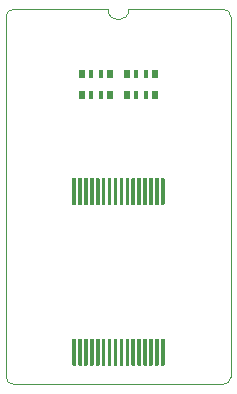
<source format=gbr>
%TF.GenerationSoftware,KiCad,Pcbnew,(5.1.5-0-10_14)*%
%TF.CreationDate,2021-03-11T16:13:23+01:00*%
%TF.ProjectId,C64-ROM-Adapter-LB,4336342d-524f-44d2-9d41-646170746572,1.1*%
%TF.SameCoordinates,Original*%
%TF.FileFunction,Paste,Bot*%
%TF.FilePolarity,Positive*%
%FSLAX46Y46*%
G04 Gerber Fmt 4.6, Leading zero omitted, Abs format (unit mm)*
G04 Created by KiCad (PCBNEW (5.1.5-0-10_14)) date 2021-03-11 16:13:23*
%MOMM*%
%LPD*%
G04 APERTURE LIST*
%ADD10C,0.050000*%
%ADD11R,0.500000X0.800000*%
%ADD12R,0.400000X0.800000*%
%ADD13C,0.150000*%
G04 APERTURE END LIST*
D10*
X122809000Y-48895000D02*
X130810000Y-48895000D01*
X122809000Y-48895000D02*
G75*
G02X121031000Y-48895000I-889000J0D01*
G01*
X131445000Y-80010000D02*
G75*
G02X130810000Y-80645000I-635000J0D01*
G01*
X113030000Y-80645000D02*
G75*
G02X112395000Y-80010000I0J635000D01*
G01*
X112395000Y-49530000D02*
G75*
G02X113030000Y-48895000I635000J0D01*
G01*
X130810000Y-48895000D02*
G75*
G02X131445000Y-49530000I0J-635000D01*
G01*
X112395000Y-80010000D02*
X112395000Y-49530000D01*
X130810000Y-80645000D02*
X113030000Y-80645000D01*
X131445000Y-49530000D02*
X131445000Y-80010000D01*
X113030000Y-48895000D02*
X121031000Y-48895000D01*
D11*
X121215000Y-56145000D03*
D12*
X120415000Y-56145000D03*
D11*
X118815000Y-56145000D03*
D12*
X119615000Y-56145000D03*
D11*
X121215000Y-54345000D03*
D12*
X119615000Y-54345000D03*
X120415000Y-54345000D03*
D11*
X118815000Y-54345000D03*
D13*
G36*
X125752351Y-76770361D02*
G01*
X125759632Y-76771441D01*
X125766771Y-76773229D01*
X125773701Y-76775709D01*
X125780355Y-76778856D01*
X125786668Y-76782640D01*
X125792579Y-76787024D01*
X125798033Y-76791967D01*
X125802976Y-76797421D01*
X125807360Y-76803332D01*
X125811144Y-76809645D01*
X125814291Y-76816299D01*
X125816771Y-76823229D01*
X125818559Y-76830368D01*
X125819639Y-76837649D01*
X125820000Y-76845000D01*
X125820000Y-78995000D01*
X125819639Y-79002351D01*
X125818559Y-79009632D01*
X125816771Y-79016771D01*
X125814291Y-79023701D01*
X125811144Y-79030355D01*
X125807360Y-79036668D01*
X125802976Y-79042579D01*
X125798033Y-79048033D01*
X125792579Y-79052976D01*
X125786668Y-79057360D01*
X125780355Y-79061144D01*
X125773701Y-79064291D01*
X125766771Y-79066771D01*
X125759632Y-79068559D01*
X125752351Y-79069639D01*
X125745000Y-79070000D01*
X125595000Y-79070000D01*
X125587649Y-79069639D01*
X125580368Y-79068559D01*
X125573229Y-79066771D01*
X125566299Y-79064291D01*
X125559645Y-79061144D01*
X125553332Y-79057360D01*
X125547421Y-79052976D01*
X125541967Y-79048033D01*
X125537024Y-79042579D01*
X125532640Y-79036668D01*
X125528856Y-79030355D01*
X125525709Y-79023701D01*
X125523229Y-79016771D01*
X125521441Y-79009632D01*
X125520361Y-79002351D01*
X125520000Y-78995000D01*
X125520000Y-76845000D01*
X125520361Y-76837649D01*
X125521441Y-76830368D01*
X125523229Y-76823229D01*
X125525709Y-76816299D01*
X125528856Y-76809645D01*
X125532640Y-76803332D01*
X125537024Y-76797421D01*
X125541967Y-76791967D01*
X125547421Y-76787024D01*
X125553332Y-76782640D01*
X125559645Y-76778856D01*
X125566299Y-76775709D01*
X125573229Y-76773229D01*
X125580368Y-76771441D01*
X125587649Y-76770361D01*
X125595000Y-76770000D01*
X125745000Y-76770000D01*
X125752351Y-76770361D01*
G37*
G36*
X125252351Y-76770361D02*
G01*
X125259632Y-76771441D01*
X125266771Y-76773229D01*
X125273701Y-76775709D01*
X125280355Y-76778856D01*
X125286668Y-76782640D01*
X125292579Y-76787024D01*
X125298033Y-76791967D01*
X125302976Y-76797421D01*
X125307360Y-76803332D01*
X125311144Y-76809645D01*
X125314291Y-76816299D01*
X125316771Y-76823229D01*
X125318559Y-76830368D01*
X125319639Y-76837649D01*
X125320000Y-76845000D01*
X125320000Y-78995000D01*
X125319639Y-79002351D01*
X125318559Y-79009632D01*
X125316771Y-79016771D01*
X125314291Y-79023701D01*
X125311144Y-79030355D01*
X125307360Y-79036668D01*
X125302976Y-79042579D01*
X125298033Y-79048033D01*
X125292579Y-79052976D01*
X125286668Y-79057360D01*
X125280355Y-79061144D01*
X125273701Y-79064291D01*
X125266771Y-79066771D01*
X125259632Y-79068559D01*
X125252351Y-79069639D01*
X125245000Y-79070000D01*
X125095000Y-79070000D01*
X125087649Y-79069639D01*
X125080368Y-79068559D01*
X125073229Y-79066771D01*
X125066299Y-79064291D01*
X125059645Y-79061144D01*
X125053332Y-79057360D01*
X125047421Y-79052976D01*
X125041967Y-79048033D01*
X125037024Y-79042579D01*
X125032640Y-79036668D01*
X125028856Y-79030355D01*
X125025709Y-79023701D01*
X125023229Y-79016771D01*
X125021441Y-79009632D01*
X125020361Y-79002351D01*
X125020000Y-78995000D01*
X125020000Y-76845000D01*
X125020361Y-76837649D01*
X125021441Y-76830368D01*
X125023229Y-76823229D01*
X125025709Y-76816299D01*
X125028856Y-76809645D01*
X125032640Y-76803332D01*
X125037024Y-76797421D01*
X125041967Y-76791967D01*
X125047421Y-76787024D01*
X125053332Y-76782640D01*
X125059645Y-76778856D01*
X125066299Y-76775709D01*
X125073229Y-76773229D01*
X125080368Y-76771441D01*
X125087649Y-76770361D01*
X125095000Y-76770000D01*
X125245000Y-76770000D01*
X125252351Y-76770361D01*
G37*
G36*
X124752351Y-76770361D02*
G01*
X124759632Y-76771441D01*
X124766771Y-76773229D01*
X124773701Y-76775709D01*
X124780355Y-76778856D01*
X124786668Y-76782640D01*
X124792579Y-76787024D01*
X124798033Y-76791967D01*
X124802976Y-76797421D01*
X124807360Y-76803332D01*
X124811144Y-76809645D01*
X124814291Y-76816299D01*
X124816771Y-76823229D01*
X124818559Y-76830368D01*
X124819639Y-76837649D01*
X124820000Y-76845000D01*
X124820000Y-78995000D01*
X124819639Y-79002351D01*
X124818559Y-79009632D01*
X124816771Y-79016771D01*
X124814291Y-79023701D01*
X124811144Y-79030355D01*
X124807360Y-79036668D01*
X124802976Y-79042579D01*
X124798033Y-79048033D01*
X124792579Y-79052976D01*
X124786668Y-79057360D01*
X124780355Y-79061144D01*
X124773701Y-79064291D01*
X124766771Y-79066771D01*
X124759632Y-79068559D01*
X124752351Y-79069639D01*
X124745000Y-79070000D01*
X124595000Y-79070000D01*
X124587649Y-79069639D01*
X124580368Y-79068559D01*
X124573229Y-79066771D01*
X124566299Y-79064291D01*
X124559645Y-79061144D01*
X124553332Y-79057360D01*
X124547421Y-79052976D01*
X124541967Y-79048033D01*
X124537024Y-79042579D01*
X124532640Y-79036668D01*
X124528856Y-79030355D01*
X124525709Y-79023701D01*
X124523229Y-79016771D01*
X124521441Y-79009632D01*
X124520361Y-79002351D01*
X124520000Y-78995000D01*
X124520000Y-76845000D01*
X124520361Y-76837649D01*
X124521441Y-76830368D01*
X124523229Y-76823229D01*
X124525709Y-76816299D01*
X124528856Y-76809645D01*
X124532640Y-76803332D01*
X124537024Y-76797421D01*
X124541967Y-76791967D01*
X124547421Y-76787024D01*
X124553332Y-76782640D01*
X124559645Y-76778856D01*
X124566299Y-76775709D01*
X124573229Y-76773229D01*
X124580368Y-76771441D01*
X124587649Y-76770361D01*
X124595000Y-76770000D01*
X124745000Y-76770000D01*
X124752351Y-76770361D01*
G37*
G36*
X124252351Y-76770361D02*
G01*
X124259632Y-76771441D01*
X124266771Y-76773229D01*
X124273701Y-76775709D01*
X124280355Y-76778856D01*
X124286668Y-76782640D01*
X124292579Y-76787024D01*
X124298033Y-76791967D01*
X124302976Y-76797421D01*
X124307360Y-76803332D01*
X124311144Y-76809645D01*
X124314291Y-76816299D01*
X124316771Y-76823229D01*
X124318559Y-76830368D01*
X124319639Y-76837649D01*
X124320000Y-76845000D01*
X124320000Y-78995000D01*
X124319639Y-79002351D01*
X124318559Y-79009632D01*
X124316771Y-79016771D01*
X124314291Y-79023701D01*
X124311144Y-79030355D01*
X124307360Y-79036668D01*
X124302976Y-79042579D01*
X124298033Y-79048033D01*
X124292579Y-79052976D01*
X124286668Y-79057360D01*
X124280355Y-79061144D01*
X124273701Y-79064291D01*
X124266771Y-79066771D01*
X124259632Y-79068559D01*
X124252351Y-79069639D01*
X124245000Y-79070000D01*
X124095000Y-79070000D01*
X124087649Y-79069639D01*
X124080368Y-79068559D01*
X124073229Y-79066771D01*
X124066299Y-79064291D01*
X124059645Y-79061144D01*
X124053332Y-79057360D01*
X124047421Y-79052976D01*
X124041967Y-79048033D01*
X124037024Y-79042579D01*
X124032640Y-79036668D01*
X124028856Y-79030355D01*
X124025709Y-79023701D01*
X124023229Y-79016771D01*
X124021441Y-79009632D01*
X124020361Y-79002351D01*
X124020000Y-78995000D01*
X124020000Y-76845000D01*
X124020361Y-76837649D01*
X124021441Y-76830368D01*
X124023229Y-76823229D01*
X124025709Y-76816299D01*
X124028856Y-76809645D01*
X124032640Y-76803332D01*
X124037024Y-76797421D01*
X124041967Y-76791967D01*
X124047421Y-76787024D01*
X124053332Y-76782640D01*
X124059645Y-76778856D01*
X124066299Y-76775709D01*
X124073229Y-76773229D01*
X124080368Y-76771441D01*
X124087649Y-76770361D01*
X124095000Y-76770000D01*
X124245000Y-76770000D01*
X124252351Y-76770361D01*
G37*
G36*
X123752351Y-76770361D02*
G01*
X123759632Y-76771441D01*
X123766771Y-76773229D01*
X123773701Y-76775709D01*
X123780355Y-76778856D01*
X123786668Y-76782640D01*
X123792579Y-76787024D01*
X123798033Y-76791967D01*
X123802976Y-76797421D01*
X123807360Y-76803332D01*
X123811144Y-76809645D01*
X123814291Y-76816299D01*
X123816771Y-76823229D01*
X123818559Y-76830368D01*
X123819639Y-76837649D01*
X123820000Y-76845000D01*
X123820000Y-78995000D01*
X123819639Y-79002351D01*
X123818559Y-79009632D01*
X123816771Y-79016771D01*
X123814291Y-79023701D01*
X123811144Y-79030355D01*
X123807360Y-79036668D01*
X123802976Y-79042579D01*
X123798033Y-79048033D01*
X123792579Y-79052976D01*
X123786668Y-79057360D01*
X123780355Y-79061144D01*
X123773701Y-79064291D01*
X123766771Y-79066771D01*
X123759632Y-79068559D01*
X123752351Y-79069639D01*
X123745000Y-79070000D01*
X123595000Y-79070000D01*
X123587649Y-79069639D01*
X123580368Y-79068559D01*
X123573229Y-79066771D01*
X123566299Y-79064291D01*
X123559645Y-79061144D01*
X123553332Y-79057360D01*
X123547421Y-79052976D01*
X123541967Y-79048033D01*
X123537024Y-79042579D01*
X123532640Y-79036668D01*
X123528856Y-79030355D01*
X123525709Y-79023701D01*
X123523229Y-79016771D01*
X123521441Y-79009632D01*
X123520361Y-79002351D01*
X123520000Y-78995000D01*
X123520000Y-76845000D01*
X123520361Y-76837649D01*
X123521441Y-76830368D01*
X123523229Y-76823229D01*
X123525709Y-76816299D01*
X123528856Y-76809645D01*
X123532640Y-76803332D01*
X123537024Y-76797421D01*
X123541967Y-76791967D01*
X123547421Y-76787024D01*
X123553332Y-76782640D01*
X123559645Y-76778856D01*
X123566299Y-76775709D01*
X123573229Y-76773229D01*
X123580368Y-76771441D01*
X123587649Y-76770361D01*
X123595000Y-76770000D01*
X123745000Y-76770000D01*
X123752351Y-76770361D01*
G37*
G36*
X123252351Y-76770361D02*
G01*
X123259632Y-76771441D01*
X123266771Y-76773229D01*
X123273701Y-76775709D01*
X123280355Y-76778856D01*
X123286668Y-76782640D01*
X123292579Y-76787024D01*
X123298033Y-76791967D01*
X123302976Y-76797421D01*
X123307360Y-76803332D01*
X123311144Y-76809645D01*
X123314291Y-76816299D01*
X123316771Y-76823229D01*
X123318559Y-76830368D01*
X123319639Y-76837649D01*
X123320000Y-76845000D01*
X123320000Y-78995000D01*
X123319639Y-79002351D01*
X123318559Y-79009632D01*
X123316771Y-79016771D01*
X123314291Y-79023701D01*
X123311144Y-79030355D01*
X123307360Y-79036668D01*
X123302976Y-79042579D01*
X123298033Y-79048033D01*
X123292579Y-79052976D01*
X123286668Y-79057360D01*
X123280355Y-79061144D01*
X123273701Y-79064291D01*
X123266771Y-79066771D01*
X123259632Y-79068559D01*
X123252351Y-79069639D01*
X123245000Y-79070000D01*
X123095000Y-79070000D01*
X123087649Y-79069639D01*
X123080368Y-79068559D01*
X123073229Y-79066771D01*
X123066299Y-79064291D01*
X123059645Y-79061144D01*
X123053332Y-79057360D01*
X123047421Y-79052976D01*
X123041967Y-79048033D01*
X123037024Y-79042579D01*
X123032640Y-79036668D01*
X123028856Y-79030355D01*
X123025709Y-79023701D01*
X123023229Y-79016771D01*
X123021441Y-79009632D01*
X123020361Y-79002351D01*
X123020000Y-78995000D01*
X123020000Y-76845000D01*
X123020361Y-76837649D01*
X123021441Y-76830368D01*
X123023229Y-76823229D01*
X123025709Y-76816299D01*
X123028856Y-76809645D01*
X123032640Y-76803332D01*
X123037024Y-76797421D01*
X123041967Y-76791967D01*
X123047421Y-76787024D01*
X123053332Y-76782640D01*
X123059645Y-76778856D01*
X123066299Y-76775709D01*
X123073229Y-76773229D01*
X123080368Y-76771441D01*
X123087649Y-76770361D01*
X123095000Y-76770000D01*
X123245000Y-76770000D01*
X123252351Y-76770361D01*
G37*
G36*
X122752351Y-76770361D02*
G01*
X122759632Y-76771441D01*
X122766771Y-76773229D01*
X122773701Y-76775709D01*
X122780355Y-76778856D01*
X122786668Y-76782640D01*
X122792579Y-76787024D01*
X122798033Y-76791967D01*
X122802976Y-76797421D01*
X122807360Y-76803332D01*
X122811144Y-76809645D01*
X122814291Y-76816299D01*
X122816771Y-76823229D01*
X122818559Y-76830368D01*
X122819639Y-76837649D01*
X122820000Y-76845000D01*
X122820000Y-78995000D01*
X122819639Y-79002351D01*
X122818559Y-79009632D01*
X122816771Y-79016771D01*
X122814291Y-79023701D01*
X122811144Y-79030355D01*
X122807360Y-79036668D01*
X122802976Y-79042579D01*
X122798033Y-79048033D01*
X122792579Y-79052976D01*
X122786668Y-79057360D01*
X122780355Y-79061144D01*
X122773701Y-79064291D01*
X122766771Y-79066771D01*
X122759632Y-79068559D01*
X122752351Y-79069639D01*
X122745000Y-79070000D01*
X122595000Y-79070000D01*
X122587649Y-79069639D01*
X122580368Y-79068559D01*
X122573229Y-79066771D01*
X122566299Y-79064291D01*
X122559645Y-79061144D01*
X122553332Y-79057360D01*
X122547421Y-79052976D01*
X122541967Y-79048033D01*
X122537024Y-79042579D01*
X122532640Y-79036668D01*
X122528856Y-79030355D01*
X122525709Y-79023701D01*
X122523229Y-79016771D01*
X122521441Y-79009632D01*
X122520361Y-79002351D01*
X122520000Y-78995000D01*
X122520000Y-76845000D01*
X122520361Y-76837649D01*
X122521441Y-76830368D01*
X122523229Y-76823229D01*
X122525709Y-76816299D01*
X122528856Y-76809645D01*
X122532640Y-76803332D01*
X122537024Y-76797421D01*
X122541967Y-76791967D01*
X122547421Y-76787024D01*
X122553332Y-76782640D01*
X122559645Y-76778856D01*
X122566299Y-76775709D01*
X122573229Y-76773229D01*
X122580368Y-76771441D01*
X122587649Y-76770361D01*
X122595000Y-76770000D01*
X122745000Y-76770000D01*
X122752351Y-76770361D01*
G37*
G36*
X122252351Y-76770361D02*
G01*
X122259632Y-76771441D01*
X122266771Y-76773229D01*
X122273701Y-76775709D01*
X122280355Y-76778856D01*
X122286668Y-76782640D01*
X122292579Y-76787024D01*
X122298033Y-76791967D01*
X122302976Y-76797421D01*
X122307360Y-76803332D01*
X122311144Y-76809645D01*
X122314291Y-76816299D01*
X122316771Y-76823229D01*
X122318559Y-76830368D01*
X122319639Y-76837649D01*
X122320000Y-76845000D01*
X122320000Y-78995000D01*
X122319639Y-79002351D01*
X122318559Y-79009632D01*
X122316771Y-79016771D01*
X122314291Y-79023701D01*
X122311144Y-79030355D01*
X122307360Y-79036668D01*
X122302976Y-79042579D01*
X122298033Y-79048033D01*
X122292579Y-79052976D01*
X122286668Y-79057360D01*
X122280355Y-79061144D01*
X122273701Y-79064291D01*
X122266771Y-79066771D01*
X122259632Y-79068559D01*
X122252351Y-79069639D01*
X122245000Y-79070000D01*
X122095000Y-79070000D01*
X122087649Y-79069639D01*
X122080368Y-79068559D01*
X122073229Y-79066771D01*
X122066299Y-79064291D01*
X122059645Y-79061144D01*
X122053332Y-79057360D01*
X122047421Y-79052976D01*
X122041967Y-79048033D01*
X122037024Y-79042579D01*
X122032640Y-79036668D01*
X122028856Y-79030355D01*
X122025709Y-79023701D01*
X122023229Y-79016771D01*
X122021441Y-79009632D01*
X122020361Y-79002351D01*
X122020000Y-78995000D01*
X122020000Y-76845000D01*
X122020361Y-76837649D01*
X122021441Y-76830368D01*
X122023229Y-76823229D01*
X122025709Y-76816299D01*
X122028856Y-76809645D01*
X122032640Y-76803332D01*
X122037024Y-76797421D01*
X122041967Y-76791967D01*
X122047421Y-76787024D01*
X122053332Y-76782640D01*
X122059645Y-76778856D01*
X122066299Y-76775709D01*
X122073229Y-76773229D01*
X122080368Y-76771441D01*
X122087649Y-76770361D01*
X122095000Y-76770000D01*
X122245000Y-76770000D01*
X122252351Y-76770361D01*
G37*
G36*
X121752351Y-76770361D02*
G01*
X121759632Y-76771441D01*
X121766771Y-76773229D01*
X121773701Y-76775709D01*
X121780355Y-76778856D01*
X121786668Y-76782640D01*
X121792579Y-76787024D01*
X121798033Y-76791967D01*
X121802976Y-76797421D01*
X121807360Y-76803332D01*
X121811144Y-76809645D01*
X121814291Y-76816299D01*
X121816771Y-76823229D01*
X121818559Y-76830368D01*
X121819639Y-76837649D01*
X121820000Y-76845000D01*
X121820000Y-78995000D01*
X121819639Y-79002351D01*
X121818559Y-79009632D01*
X121816771Y-79016771D01*
X121814291Y-79023701D01*
X121811144Y-79030355D01*
X121807360Y-79036668D01*
X121802976Y-79042579D01*
X121798033Y-79048033D01*
X121792579Y-79052976D01*
X121786668Y-79057360D01*
X121780355Y-79061144D01*
X121773701Y-79064291D01*
X121766771Y-79066771D01*
X121759632Y-79068559D01*
X121752351Y-79069639D01*
X121745000Y-79070000D01*
X121595000Y-79070000D01*
X121587649Y-79069639D01*
X121580368Y-79068559D01*
X121573229Y-79066771D01*
X121566299Y-79064291D01*
X121559645Y-79061144D01*
X121553332Y-79057360D01*
X121547421Y-79052976D01*
X121541967Y-79048033D01*
X121537024Y-79042579D01*
X121532640Y-79036668D01*
X121528856Y-79030355D01*
X121525709Y-79023701D01*
X121523229Y-79016771D01*
X121521441Y-79009632D01*
X121520361Y-79002351D01*
X121520000Y-78995000D01*
X121520000Y-76845000D01*
X121520361Y-76837649D01*
X121521441Y-76830368D01*
X121523229Y-76823229D01*
X121525709Y-76816299D01*
X121528856Y-76809645D01*
X121532640Y-76803332D01*
X121537024Y-76797421D01*
X121541967Y-76791967D01*
X121547421Y-76787024D01*
X121553332Y-76782640D01*
X121559645Y-76778856D01*
X121566299Y-76775709D01*
X121573229Y-76773229D01*
X121580368Y-76771441D01*
X121587649Y-76770361D01*
X121595000Y-76770000D01*
X121745000Y-76770000D01*
X121752351Y-76770361D01*
G37*
G36*
X121252351Y-76770361D02*
G01*
X121259632Y-76771441D01*
X121266771Y-76773229D01*
X121273701Y-76775709D01*
X121280355Y-76778856D01*
X121286668Y-76782640D01*
X121292579Y-76787024D01*
X121298033Y-76791967D01*
X121302976Y-76797421D01*
X121307360Y-76803332D01*
X121311144Y-76809645D01*
X121314291Y-76816299D01*
X121316771Y-76823229D01*
X121318559Y-76830368D01*
X121319639Y-76837649D01*
X121320000Y-76845000D01*
X121320000Y-78995000D01*
X121319639Y-79002351D01*
X121318559Y-79009632D01*
X121316771Y-79016771D01*
X121314291Y-79023701D01*
X121311144Y-79030355D01*
X121307360Y-79036668D01*
X121302976Y-79042579D01*
X121298033Y-79048033D01*
X121292579Y-79052976D01*
X121286668Y-79057360D01*
X121280355Y-79061144D01*
X121273701Y-79064291D01*
X121266771Y-79066771D01*
X121259632Y-79068559D01*
X121252351Y-79069639D01*
X121245000Y-79070000D01*
X121095000Y-79070000D01*
X121087649Y-79069639D01*
X121080368Y-79068559D01*
X121073229Y-79066771D01*
X121066299Y-79064291D01*
X121059645Y-79061144D01*
X121053332Y-79057360D01*
X121047421Y-79052976D01*
X121041967Y-79048033D01*
X121037024Y-79042579D01*
X121032640Y-79036668D01*
X121028856Y-79030355D01*
X121025709Y-79023701D01*
X121023229Y-79016771D01*
X121021441Y-79009632D01*
X121020361Y-79002351D01*
X121020000Y-78995000D01*
X121020000Y-76845000D01*
X121020361Y-76837649D01*
X121021441Y-76830368D01*
X121023229Y-76823229D01*
X121025709Y-76816299D01*
X121028856Y-76809645D01*
X121032640Y-76803332D01*
X121037024Y-76797421D01*
X121041967Y-76791967D01*
X121047421Y-76787024D01*
X121053332Y-76782640D01*
X121059645Y-76778856D01*
X121066299Y-76775709D01*
X121073229Y-76773229D01*
X121080368Y-76771441D01*
X121087649Y-76770361D01*
X121095000Y-76770000D01*
X121245000Y-76770000D01*
X121252351Y-76770361D01*
G37*
G36*
X120752351Y-76770361D02*
G01*
X120759632Y-76771441D01*
X120766771Y-76773229D01*
X120773701Y-76775709D01*
X120780355Y-76778856D01*
X120786668Y-76782640D01*
X120792579Y-76787024D01*
X120798033Y-76791967D01*
X120802976Y-76797421D01*
X120807360Y-76803332D01*
X120811144Y-76809645D01*
X120814291Y-76816299D01*
X120816771Y-76823229D01*
X120818559Y-76830368D01*
X120819639Y-76837649D01*
X120820000Y-76845000D01*
X120820000Y-78995000D01*
X120819639Y-79002351D01*
X120818559Y-79009632D01*
X120816771Y-79016771D01*
X120814291Y-79023701D01*
X120811144Y-79030355D01*
X120807360Y-79036668D01*
X120802976Y-79042579D01*
X120798033Y-79048033D01*
X120792579Y-79052976D01*
X120786668Y-79057360D01*
X120780355Y-79061144D01*
X120773701Y-79064291D01*
X120766771Y-79066771D01*
X120759632Y-79068559D01*
X120752351Y-79069639D01*
X120745000Y-79070000D01*
X120595000Y-79070000D01*
X120587649Y-79069639D01*
X120580368Y-79068559D01*
X120573229Y-79066771D01*
X120566299Y-79064291D01*
X120559645Y-79061144D01*
X120553332Y-79057360D01*
X120547421Y-79052976D01*
X120541967Y-79048033D01*
X120537024Y-79042579D01*
X120532640Y-79036668D01*
X120528856Y-79030355D01*
X120525709Y-79023701D01*
X120523229Y-79016771D01*
X120521441Y-79009632D01*
X120520361Y-79002351D01*
X120520000Y-78995000D01*
X120520000Y-76845000D01*
X120520361Y-76837649D01*
X120521441Y-76830368D01*
X120523229Y-76823229D01*
X120525709Y-76816299D01*
X120528856Y-76809645D01*
X120532640Y-76803332D01*
X120537024Y-76797421D01*
X120541967Y-76791967D01*
X120547421Y-76787024D01*
X120553332Y-76782640D01*
X120559645Y-76778856D01*
X120566299Y-76775709D01*
X120573229Y-76773229D01*
X120580368Y-76771441D01*
X120587649Y-76770361D01*
X120595000Y-76770000D01*
X120745000Y-76770000D01*
X120752351Y-76770361D01*
G37*
G36*
X120252351Y-76770361D02*
G01*
X120259632Y-76771441D01*
X120266771Y-76773229D01*
X120273701Y-76775709D01*
X120280355Y-76778856D01*
X120286668Y-76782640D01*
X120292579Y-76787024D01*
X120298033Y-76791967D01*
X120302976Y-76797421D01*
X120307360Y-76803332D01*
X120311144Y-76809645D01*
X120314291Y-76816299D01*
X120316771Y-76823229D01*
X120318559Y-76830368D01*
X120319639Y-76837649D01*
X120320000Y-76845000D01*
X120320000Y-78995000D01*
X120319639Y-79002351D01*
X120318559Y-79009632D01*
X120316771Y-79016771D01*
X120314291Y-79023701D01*
X120311144Y-79030355D01*
X120307360Y-79036668D01*
X120302976Y-79042579D01*
X120298033Y-79048033D01*
X120292579Y-79052976D01*
X120286668Y-79057360D01*
X120280355Y-79061144D01*
X120273701Y-79064291D01*
X120266771Y-79066771D01*
X120259632Y-79068559D01*
X120252351Y-79069639D01*
X120245000Y-79070000D01*
X120095000Y-79070000D01*
X120087649Y-79069639D01*
X120080368Y-79068559D01*
X120073229Y-79066771D01*
X120066299Y-79064291D01*
X120059645Y-79061144D01*
X120053332Y-79057360D01*
X120047421Y-79052976D01*
X120041967Y-79048033D01*
X120037024Y-79042579D01*
X120032640Y-79036668D01*
X120028856Y-79030355D01*
X120025709Y-79023701D01*
X120023229Y-79016771D01*
X120021441Y-79009632D01*
X120020361Y-79002351D01*
X120020000Y-78995000D01*
X120020000Y-76845000D01*
X120020361Y-76837649D01*
X120021441Y-76830368D01*
X120023229Y-76823229D01*
X120025709Y-76816299D01*
X120028856Y-76809645D01*
X120032640Y-76803332D01*
X120037024Y-76797421D01*
X120041967Y-76791967D01*
X120047421Y-76787024D01*
X120053332Y-76782640D01*
X120059645Y-76778856D01*
X120066299Y-76775709D01*
X120073229Y-76773229D01*
X120080368Y-76771441D01*
X120087649Y-76770361D01*
X120095000Y-76770000D01*
X120245000Y-76770000D01*
X120252351Y-76770361D01*
G37*
G36*
X119752351Y-76770361D02*
G01*
X119759632Y-76771441D01*
X119766771Y-76773229D01*
X119773701Y-76775709D01*
X119780355Y-76778856D01*
X119786668Y-76782640D01*
X119792579Y-76787024D01*
X119798033Y-76791967D01*
X119802976Y-76797421D01*
X119807360Y-76803332D01*
X119811144Y-76809645D01*
X119814291Y-76816299D01*
X119816771Y-76823229D01*
X119818559Y-76830368D01*
X119819639Y-76837649D01*
X119820000Y-76845000D01*
X119820000Y-78995000D01*
X119819639Y-79002351D01*
X119818559Y-79009632D01*
X119816771Y-79016771D01*
X119814291Y-79023701D01*
X119811144Y-79030355D01*
X119807360Y-79036668D01*
X119802976Y-79042579D01*
X119798033Y-79048033D01*
X119792579Y-79052976D01*
X119786668Y-79057360D01*
X119780355Y-79061144D01*
X119773701Y-79064291D01*
X119766771Y-79066771D01*
X119759632Y-79068559D01*
X119752351Y-79069639D01*
X119745000Y-79070000D01*
X119595000Y-79070000D01*
X119587649Y-79069639D01*
X119580368Y-79068559D01*
X119573229Y-79066771D01*
X119566299Y-79064291D01*
X119559645Y-79061144D01*
X119553332Y-79057360D01*
X119547421Y-79052976D01*
X119541967Y-79048033D01*
X119537024Y-79042579D01*
X119532640Y-79036668D01*
X119528856Y-79030355D01*
X119525709Y-79023701D01*
X119523229Y-79016771D01*
X119521441Y-79009632D01*
X119520361Y-79002351D01*
X119520000Y-78995000D01*
X119520000Y-76845000D01*
X119520361Y-76837649D01*
X119521441Y-76830368D01*
X119523229Y-76823229D01*
X119525709Y-76816299D01*
X119528856Y-76809645D01*
X119532640Y-76803332D01*
X119537024Y-76797421D01*
X119541967Y-76791967D01*
X119547421Y-76787024D01*
X119553332Y-76782640D01*
X119559645Y-76778856D01*
X119566299Y-76775709D01*
X119573229Y-76773229D01*
X119580368Y-76771441D01*
X119587649Y-76770361D01*
X119595000Y-76770000D01*
X119745000Y-76770000D01*
X119752351Y-76770361D01*
G37*
G36*
X119252351Y-76770361D02*
G01*
X119259632Y-76771441D01*
X119266771Y-76773229D01*
X119273701Y-76775709D01*
X119280355Y-76778856D01*
X119286668Y-76782640D01*
X119292579Y-76787024D01*
X119298033Y-76791967D01*
X119302976Y-76797421D01*
X119307360Y-76803332D01*
X119311144Y-76809645D01*
X119314291Y-76816299D01*
X119316771Y-76823229D01*
X119318559Y-76830368D01*
X119319639Y-76837649D01*
X119320000Y-76845000D01*
X119320000Y-78995000D01*
X119319639Y-79002351D01*
X119318559Y-79009632D01*
X119316771Y-79016771D01*
X119314291Y-79023701D01*
X119311144Y-79030355D01*
X119307360Y-79036668D01*
X119302976Y-79042579D01*
X119298033Y-79048033D01*
X119292579Y-79052976D01*
X119286668Y-79057360D01*
X119280355Y-79061144D01*
X119273701Y-79064291D01*
X119266771Y-79066771D01*
X119259632Y-79068559D01*
X119252351Y-79069639D01*
X119245000Y-79070000D01*
X119095000Y-79070000D01*
X119087649Y-79069639D01*
X119080368Y-79068559D01*
X119073229Y-79066771D01*
X119066299Y-79064291D01*
X119059645Y-79061144D01*
X119053332Y-79057360D01*
X119047421Y-79052976D01*
X119041967Y-79048033D01*
X119037024Y-79042579D01*
X119032640Y-79036668D01*
X119028856Y-79030355D01*
X119025709Y-79023701D01*
X119023229Y-79016771D01*
X119021441Y-79009632D01*
X119020361Y-79002351D01*
X119020000Y-78995000D01*
X119020000Y-76845000D01*
X119020361Y-76837649D01*
X119021441Y-76830368D01*
X119023229Y-76823229D01*
X119025709Y-76816299D01*
X119028856Y-76809645D01*
X119032640Y-76803332D01*
X119037024Y-76797421D01*
X119041967Y-76791967D01*
X119047421Y-76787024D01*
X119053332Y-76782640D01*
X119059645Y-76778856D01*
X119066299Y-76775709D01*
X119073229Y-76773229D01*
X119080368Y-76771441D01*
X119087649Y-76770361D01*
X119095000Y-76770000D01*
X119245000Y-76770000D01*
X119252351Y-76770361D01*
G37*
G36*
X118752351Y-76770361D02*
G01*
X118759632Y-76771441D01*
X118766771Y-76773229D01*
X118773701Y-76775709D01*
X118780355Y-76778856D01*
X118786668Y-76782640D01*
X118792579Y-76787024D01*
X118798033Y-76791967D01*
X118802976Y-76797421D01*
X118807360Y-76803332D01*
X118811144Y-76809645D01*
X118814291Y-76816299D01*
X118816771Y-76823229D01*
X118818559Y-76830368D01*
X118819639Y-76837649D01*
X118820000Y-76845000D01*
X118820000Y-78995000D01*
X118819639Y-79002351D01*
X118818559Y-79009632D01*
X118816771Y-79016771D01*
X118814291Y-79023701D01*
X118811144Y-79030355D01*
X118807360Y-79036668D01*
X118802976Y-79042579D01*
X118798033Y-79048033D01*
X118792579Y-79052976D01*
X118786668Y-79057360D01*
X118780355Y-79061144D01*
X118773701Y-79064291D01*
X118766771Y-79066771D01*
X118759632Y-79068559D01*
X118752351Y-79069639D01*
X118745000Y-79070000D01*
X118595000Y-79070000D01*
X118587649Y-79069639D01*
X118580368Y-79068559D01*
X118573229Y-79066771D01*
X118566299Y-79064291D01*
X118559645Y-79061144D01*
X118553332Y-79057360D01*
X118547421Y-79052976D01*
X118541967Y-79048033D01*
X118537024Y-79042579D01*
X118532640Y-79036668D01*
X118528856Y-79030355D01*
X118525709Y-79023701D01*
X118523229Y-79016771D01*
X118521441Y-79009632D01*
X118520361Y-79002351D01*
X118520000Y-78995000D01*
X118520000Y-76845000D01*
X118520361Y-76837649D01*
X118521441Y-76830368D01*
X118523229Y-76823229D01*
X118525709Y-76816299D01*
X118528856Y-76809645D01*
X118532640Y-76803332D01*
X118537024Y-76797421D01*
X118541967Y-76791967D01*
X118547421Y-76787024D01*
X118553332Y-76782640D01*
X118559645Y-76778856D01*
X118566299Y-76775709D01*
X118573229Y-76773229D01*
X118580368Y-76771441D01*
X118587649Y-76770361D01*
X118595000Y-76770000D01*
X118745000Y-76770000D01*
X118752351Y-76770361D01*
G37*
G36*
X118252351Y-76770361D02*
G01*
X118259632Y-76771441D01*
X118266771Y-76773229D01*
X118273701Y-76775709D01*
X118280355Y-76778856D01*
X118286668Y-76782640D01*
X118292579Y-76787024D01*
X118298033Y-76791967D01*
X118302976Y-76797421D01*
X118307360Y-76803332D01*
X118311144Y-76809645D01*
X118314291Y-76816299D01*
X118316771Y-76823229D01*
X118318559Y-76830368D01*
X118319639Y-76837649D01*
X118320000Y-76845000D01*
X118320000Y-78995000D01*
X118319639Y-79002351D01*
X118318559Y-79009632D01*
X118316771Y-79016771D01*
X118314291Y-79023701D01*
X118311144Y-79030355D01*
X118307360Y-79036668D01*
X118302976Y-79042579D01*
X118298033Y-79048033D01*
X118292579Y-79052976D01*
X118286668Y-79057360D01*
X118280355Y-79061144D01*
X118273701Y-79064291D01*
X118266771Y-79066771D01*
X118259632Y-79068559D01*
X118252351Y-79069639D01*
X118245000Y-79070000D01*
X118095000Y-79070000D01*
X118087649Y-79069639D01*
X118080368Y-79068559D01*
X118073229Y-79066771D01*
X118066299Y-79064291D01*
X118059645Y-79061144D01*
X118053332Y-79057360D01*
X118047421Y-79052976D01*
X118041967Y-79048033D01*
X118037024Y-79042579D01*
X118032640Y-79036668D01*
X118028856Y-79030355D01*
X118025709Y-79023701D01*
X118023229Y-79016771D01*
X118021441Y-79009632D01*
X118020361Y-79002351D01*
X118020000Y-78995000D01*
X118020000Y-76845000D01*
X118020361Y-76837649D01*
X118021441Y-76830368D01*
X118023229Y-76823229D01*
X118025709Y-76816299D01*
X118028856Y-76809645D01*
X118032640Y-76803332D01*
X118037024Y-76797421D01*
X118041967Y-76791967D01*
X118047421Y-76787024D01*
X118053332Y-76782640D01*
X118059645Y-76778856D01*
X118066299Y-76775709D01*
X118073229Y-76773229D01*
X118080368Y-76771441D01*
X118087649Y-76770361D01*
X118095000Y-76770000D01*
X118245000Y-76770000D01*
X118252351Y-76770361D01*
G37*
G36*
X118252351Y-63170361D02*
G01*
X118259632Y-63171441D01*
X118266771Y-63173229D01*
X118273701Y-63175709D01*
X118280355Y-63178856D01*
X118286668Y-63182640D01*
X118292579Y-63187024D01*
X118298033Y-63191967D01*
X118302976Y-63197421D01*
X118307360Y-63203332D01*
X118311144Y-63209645D01*
X118314291Y-63216299D01*
X118316771Y-63223229D01*
X118318559Y-63230368D01*
X118319639Y-63237649D01*
X118320000Y-63245000D01*
X118320000Y-65395000D01*
X118319639Y-65402351D01*
X118318559Y-65409632D01*
X118316771Y-65416771D01*
X118314291Y-65423701D01*
X118311144Y-65430355D01*
X118307360Y-65436668D01*
X118302976Y-65442579D01*
X118298033Y-65448033D01*
X118292579Y-65452976D01*
X118286668Y-65457360D01*
X118280355Y-65461144D01*
X118273701Y-65464291D01*
X118266771Y-65466771D01*
X118259632Y-65468559D01*
X118252351Y-65469639D01*
X118245000Y-65470000D01*
X118095000Y-65470000D01*
X118087649Y-65469639D01*
X118080368Y-65468559D01*
X118073229Y-65466771D01*
X118066299Y-65464291D01*
X118059645Y-65461144D01*
X118053332Y-65457360D01*
X118047421Y-65452976D01*
X118041967Y-65448033D01*
X118037024Y-65442579D01*
X118032640Y-65436668D01*
X118028856Y-65430355D01*
X118025709Y-65423701D01*
X118023229Y-65416771D01*
X118021441Y-65409632D01*
X118020361Y-65402351D01*
X118020000Y-65395000D01*
X118020000Y-63245000D01*
X118020361Y-63237649D01*
X118021441Y-63230368D01*
X118023229Y-63223229D01*
X118025709Y-63216299D01*
X118028856Y-63209645D01*
X118032640Y-63203332D01*
X118037024Y-63197421D01*
X118041967Y-63191967D01*
X118047421Y-63187024D01*
X118053332Y-63182640D01*
X118059645Y-63178856D01*
X118066299Y-63175709D01*
X118073229Y-63173229D01*
X118080368Y-63171441D01*
X118087649Y-63170361D01*
X118095000Y-63170000D01*
X118245000Y-63170000D01*
X118252351Y-63170361D01*
G37*
G36*
X118752351Y-63170361D02*
G01*
X118759632Y-63171441D01*
X118766771Y-63173229D01*
X118773701Y-63175709D01*
X118780355Y-63178856D01*
X118786668Y-63182640D01*
X118792579Y-63187024D01*
X118798033Y-63191967D01*
X118802976Y-63197421D01*
X118807360Y-63203332D01*
X118811144Y-63209645D01*
X118814291Y-63216299D01*
X118816771Y-63223229D01*
X118818559Y-63230368D01*
X118819639Y-63237649D01*
X118820000Y-63245000D01*
X118820000Y-65395000D01*
X118819639Y-65402351D01*
X118818559Y-65409632D01*
X118816771Y-65416771D01*
X118814291Y-65423701D01*
X118811144Y-65430355D01*
X118807360Y-65436668D01*
X118802976Y-65442579D01*
X118798033Y-65448033D01*
X118792579Y-65452976D01*
X118786668Y-65457360D01*
X118780355Y-65461144D01*
X118773701Y-65464291D01*
X118766771Y-65466771D01*
X118759632Y-65468559D01*
X118752351Y-65469639D01*
X118745000Y-65470000D01*
X118595000Y-65470000D01*
X118587649Y-65469639D01*
X118580368Y-65468559D01*
X118573229Y-65466771D01*
X118566299Y-65464291D01*
X118559645Y-65461144D01*
X118553332Y-65457360D01*
X118547421Y-65452976D01*
X118541967Y-65448033D01*
X118537024Y-65442579D01*
X118532640Y-65436668D01*
X118528856Y-65430355D01*
X118525709Y-65423701D01*
X118523229Y-65416771D01*
X118521441Y-65409632D01*
X118520361Y-65402351D01*
X118520000Y-65395000D01*
X118520000Y-63245000D01*
X118520361Y-63237649D01*
X118521441Y-63230368D01*
X118523229Y-63223229D01*
X118525709Y-63216299D01*
X118528856Y-63209645D01*
X118532640Y-63203332D01*
X118537024Y-63197421D01*
X118541967Y-63191967D01*
X118547421Y-63187024D01*
X118553332Y-63182640D01*
X118559645Y-63178856D01*
X118566299Y-63175709D01*
X118573229Y-63173229D01*
X118580368Y-63171441D01*
X118587649Y-63170361D01*
X118595000Y-63170000D01*
X118745000Y-63170000D01*
X118752351Y-63170361D01*
G37*
G36*
X119252351Y-63170361D02*
G01*
X119259632Y-63171441D01*
X119266771Y-63173229D01*
X119273701Y-63175709D01*
X119280355Y-63178856D01*
X119286668Y-63182640D01*
X119292579Y-63187024D01*
X119298033Y-63191967D01*
X119302976Y-63197421D01*
X119307360Y-63203332D01*
X119311144Y-63209645D01*
X119314291Y-63216299D01*
X119316771Y-63223229D01*
X119318559Y-63230368D01*
X119319639Y-63237649D01*
X119320000Y-63245000D01*
X119320000Y-65395000D01*
X119319639Y-65402351D01*
X119318559Y-65409632D01*
X119316771Y-65416771D01*
X119314291Y-65423701D01*
X119311144Y-65430355D01*
X119307360Y-65436668D01*
X119302976Y-65442579D01*
X119298033Y-65448033D01*
X119292579Y-65452976D01*
X119286668Y-65457360D01*
X119280355Y-65461144D01*
X119273701Y-65464291D01*
X119266771Y-65466771D01*
X119259632Y-65468559D01*
X119252351Y-65469639D01*
X119245000Y-65470000D01*
X119095000Y-65470000D01*
X119087649Y-65469639D01*
X119080368Y-65468559D01*
X119073229Y-65466771D01*
X119066299Y-65464291D01*
X119059645Y-65461144D01*
X119053332Y-65457360D01*
X119047421Y-65452976D01*
X119041967Y-65448033D01*
X119037024Y-65442579D01*
X119032640Y-65436668D01*
X119028856Y-65430355D01*
X119025709Y-65423701D01*
X119023229Y-65416771D01*
X119021441Y-65409632D01*
X119020361Y-65402351D01*
X119020000Y-65395000D01*
X119020000Y-63245000D01*
X119020361Y-63237649D01*
X119021441Y-63230368D01*
X119023229Y-63223229D01*
X119025709Y-63216299D01*
X119028856Y-63209645D01*
X119032640Y-63203332D01*
X119037024Y-63197421D01*
X119041967Y-63191967D01*
X119047421Y-63187024D01*
X119053332Y-63182640D01*
X119059645Y-63178856D01*
X119066299Y-63175709D01*
X119073229Y-63173229D01*
X119080368Y-63171441D01*
X119087649Y-63170361D01*
X119095000Y-63170000D01*
X119245000Y-63170000D01*
X119252351Y-63170361D01*
G37*
G36*
X119752351Y-63170361D02*
G01*
X119759632Y-63171441D01*
X119766771Y-63173229D01*
X119773701Y-63175709D01*
X119780355Y-63178856D01*
X119786668Y-63182640D01*
X119792579Y-63187024D01*
X119798033Y-63191967D01*
X119802976Y-63197421D01*
X119807360Y-63203332D01*
X119811144Y-63209645D01*
X119814291Y-63216299D01*
X119816771Y-63223229D01*
X119818559Y-63230368D01*
X119819639Y-63237649D01*
X119820000Y-63245000D01*
X119820000Y-65395000D01*
X119819639Y-65402351D01*
X119818559Y-65409632D01*
X119816771Y-65416771D01*
X119814291Y-65423701D01*
X119811144Y-65430355D01*
X119807360Y-65436668D01*
X119802976Y-65442579D01*
X119798033Y-65448033D01*
X119792579Y-65452976D01*
X119786668Y-65457360D01*
X119780355Y-65461144D01*
X119773701Y-65464291D01*
X119766771Y-65466771D01*
X119759632Y-65468559D01*
X119752351Y-65469639D01*
X119745000Y-65470000D01*
X119595000Y-65470000D01*
X119587649Y-65469639D01*
X119580368Y-65468559D01*
X119573229Y-65466771D01*
X119566299Y-65464291D01*
X119559645Y-65461144D01*
X119553332Y-65457360D01*
X119547421Y-65452976D01*
X119541967Y-65448033D01*
X119537024Y-65442579D01*
X119532640Y-65436668D01*
X119528856Y-65430355D01*
X119525709Y-65423701D01*
X119523229Y-65416771D01*
X119521441Y-65409632D01*
X119520361Y-65402351D01*
X119520000Y-65395000D01*
X119520000Y-63245000D01*
X119520361Y-63237649D01*
X119521441Y-63230368D01*
X119523229Y-63223229D01*
X119525709Y-63216299D01*
X119528856Y-63209645D01*
X119532640Y-63203332D01*
X119537024Y-63197421D01*
X119541967Y-63191967D01*
X119547421Y-63187024D01*
X119553332Y-63182640D01*
X119559645Y-63178856D01*
X119566299Y-63175709D01*
X119573229Y-63173229D01*
X119580368Y-63171441D01*
X119587649Y-63170361D01*
X119595000Y-63170000D01*
X119745000Y-63170000D01*
X119752351Y-63170361D01*
G37*
G36*
X120252351Y-63170361D02*
G01*
X120259632Y-63171441D01*
X120266771Y-63173229D01*
X120273701Y-63175709D01*
X120280355Y-63178856D01*
X120286668Y-63182640D01*
X120292579Y-63187024D01*
X120298033Y-63191967D01*
X120302976Y-63197421D01*
X120307360Y-63203332D01*
X120311144Y-63209645D01*
X120314291Y-63216299D01*
X120316771Y-63223229D01*
X120318559Y-63230368D01*
X120319639Y-63237649D01*
X120320000Y-63245000D01*
X120320000Y-65395000D01*
X120319639Y-65402351D01*
X120318559Y-65409632D01*
X120316771Y-65416771D01*
X120314291Y-65423701D01*
X120311144Y-65430355D01*
X120307360Y-65436668D01*
X120302976Y-65442579D01*
X120298033Y-65448033D01*
X120292579Y-65452976D01*
X120286668Y-65457360D01*
X120280355Y-65461144D01*
X120273701Y-65464291D01*
X120266771Y-65466771D01*
X120259632Y-65468559D01*
X120252351Y-65469639D01*
X120245000Y-65470000D01*
X120095000Y-65470000D01*
X120087649Y-65469639D01*
X120080368Y-65468559D01*
X120073229Y-65466771D01*
X120066299Y-65464291D01*
X120059645Y-65461144D01*
X120053332Y-65457360D01*
X120047421Y-65452976D01*
X120041967Y-65448033D01*
X120037024Y-65442579D01*
X120032640Y-65436668D01*
X120028856Y-65430355D01*
X120025709Y-65423701D01*
X120023229Y-65416771D01*
X120021441Y-65409632D01*
X120020361Y-65402351D01*
X120020000Y-65395000D01*
X120020000Y-63245000D01*
X120020361Y-63237649D01*
X120021441Y-63230368D01*
X120023229Y-63223229D01*
X120025709Y-63216299D01*
X120028856Y-63209645D01*
X120032640Y-63203332D01*
X120037024Y-63197421D01*
X120041967Y-63191967D01*
X120047421Y-63187024D01*
X120053332Y-63182640D01*
X120059645Y-63178856D01*
X120066299Y-63175709D01*
X120073229Y-63173229D01*
X120080368Y-63171441D01*
X120087649Y-63170361D01*
X120095000Y-63170000D01*
X120245000Y-63170000D01*
X120252351Y-63170361D01*
G37*
G36*
X120752351Y-63170361D02*
G01*
X120759632Y-63171441D01*
X120766771Y-63173229D01*
X120773701Y-63175709D01*
X120780355Y-63178856D01*
X120786668Y-63182640D01*
X120792579Y-63187024D01*
X120798033Y-63191967D01*
X120802976Y-63197421D01*
X120807360Y-63203332D01*
X120811144Y-63209645D01*
X120814291Y-63216299D01*
X120816771Y-63223229D01*
X120818559Y-63230368D01*
X120819639Y-63237649D01*
X120820000Y-63245000D01*
X120820000Y-65395000D01*
X120819639Y-65402351D01*
X120818559Y-65409632D01*
X120816771Y-65416771D01*
X120814291Y-65423701D01*
X120811144Y-65430355D01*
X120807360Y-65436668D01*
X120802976Y-65442579D01*
X120798033Y-65448033D01*
X120792579Y-65452976D01*
X120786668Y-65457360D01*
X120780355Y-65461144D01*
X120773701Y-65464291D01*
X120766771Y-65466771D01*
X120759632Y-65468559D01*
X120752351Y-65469639D01*
X120745000Y-65470000D01*
X120595000Y-65470000D01*
X120587649Y-65469639D01*
X120580368Y-65468559D01*
X120573229Y-65466771D01*
X120566299Y-65464291D01*
X120559645Y-65461144D01*
X120553332Y-65457360D01*
X120547421Y-65452976D01*
X120541967Y-65448033D01*
X120537024Y-65442579D01*
X120532640Y-65436668D01*
X120528856Y-65430355D01*
X120525709Y-65423701D01*
X120523229Y-65416771D01*
X120521441Y-65409632D01*
X120520361Y-65402351D01*
X120520000Y-65395000D01*
X120520000Y-63245000D01*
X120520361Y-63237649D01*
X120521441Y-63230368D01*
X120523229Y-63223229D01*
X120525709Y-63216299D01*
X120528856Y-63209645D01*
X120532640Y-63203332D01*
X120537024Y-63197421D01*
X120541967Y-63191967D01*
X120547421Y-63187024D01*
X120553332Y-63182640D01*
X120559645Y-63178856D01*
X120566299Y-63175709D01*
X120573229Y-63173229D01*
X120580368Y-63171441D01*
X120587649Y-63170361D01*
X120595000Y-63170000D01*
X120745000Y-63170000D01*
X120752351Y-63170361D01*
G37*
G36*
X121252351Y-63170361D02*
G01*
X121259632Y-63171441D01*
X121266771Y-63173229D01*
X121273701Y-63175709D01*
X121280355Y-63178856D01*
X121286668Y-63182640D01*
X121292579Y-63187024D01*
X121298033Y-63191967D01*
X121302976Y-63197421D01*
X121307360Y-63203332D01*
X121311144Y-63209645D01*
X121314291Y-63216299D01*
X121316771Y-63223229D01*
X121318559Y-63230368D01*
X121319639Y-63237649D01*
X121320000Y-63245000D01*
X121320000Y-65395000D01*
X121319639Y-65402351D01*
X121318559Y-65409632D01*
X121316771Y-65416771D01*
X121314291Y-65423701D01*
X121311144Y-65430355D01*
X121307360Y-65436668D01*
X121302976Y-65442579D01*
X121298033Y-65448033D01*
X121292579Y-65452976D01*
X121286668Y-65457360D01*
X121280355Y-65461144D01*
X121273701Y-65464291D01*
X121266771Y-65466771D01*
X121259632Y-65468559D01*
X121252351Y-65469639D01*
X121245000Y-65470000D01*
X121095000Y-65470000D01*
X121087649Y-65469639D01*
X121080368Y-65468559D01*
X121073229Y-65466771D01*
X121066299Y-65464291D01*
X121059645Y-65461144D01*
X121053332Y-65457360D01*
X121047421Y-65452976D01*
X121041967Y-65448033D01*
X121037024Y-65442579D01*
X121032640Y-65436668D01*
X121028856Y-65430355D01*
X121025709Y-65423701D01*
X121023229Y-65416771D01*
X121021441Y-65409632D01*
X121020361Y-65402351D01*
X121020000Y-65395000D01*
X121020000Y-63245000D01*
X121020361Y-63237649D01*
X121021441Y-63230368D01*
X121023229Y-63223229D01*
X121025709Y-63216299D01*
X121028856Y-63209645D01*
X121032640Y-63203332D01*
X121037024Y-63197421D01*
X121041967Y-63191967D01*
X121047421Y-63187024D01*
X121053332Y-63182640D01*
X121059645Y-63178856D01*
X121066299Y-63175709D01*
X121073229Y-63173229D01*
X121080368Y-63171441D01*
X121087649Y-63170361D01*
X121095000Y-63170000D01*
X121245000Y-63170000D01*
X121252351Y-63170361D01*
G37*
G36*
X121752351Y-63170361D02*
G01*
X121759632Y-63171441D01*
X121766771Y-63173229D01*
X121773701Y-63175709D01*
X121780355Y-63178856D01*
X121786668Y-63182640D01*
X121792579Y-63187024D01*
X121798033Y-63191967D01*
X121802976Y-63197421D01*
X121807360Y-63203332D01*
X121811144Y-63209645D01*
X121814291Y-63216299D01*
X121816771Y-63223229D01*
X121818559Y-63230368D01*
X121819639Y-63237649D01*
X121820000Y-63245000D01*
X121820000Y-65395000D01*
X121819639Y-65402351D01*
X121818559Y-65409632D01*
X121816771Y-65416771D01*
X121814291Y-65423701D01*
X121811144Y-65430355D01*
X121807360Y-65436668D01*
X121802976Y-65442579D01*
X121798033Y-65448033D01*
X121792579Y-65452976D01*
X121786668Y-65457360D01*
X121780355Y-65461144D01*
X121773701Y-65464291D01*
X121766771Y-65466771D01*
X121759632Y-65468559D01*
X121752351Y-65469639D01*
X121745000Y-65470000D01*
X121595000Y-65470000D01*
X121587649Y-65469639D01*
X121580368Y-65468559D01*
X121573229Y-65466771D01*
X121566299Y-65464291D01*
X121559645Y-65461144D01*
X121553332Y-65457360D01*
X121547421Y-65452976D01*
X121541967Y-65448033D01*
X121537024Y-65442579D01*
X121532640Y-65436668D01*
X121528856Y-65430355D01*
X121525709Y-65423701D01*
X121523229Y-65416771D01*
X121521441Y-65409632D01*
X121520361Y-65402351D01*
X121520000Y-65395000D01*
X121520000Y-63245000D01*
X121520361Y-63237649D01*
X121521441Y-63230368D01*
X121523229Y-63223229D01*
X121525709Y-63216299D01*
X121528856Y-63209645D01*
X121532640Y-63203332D01*
X121537024Y-63197421D01*
X121541967Y-63191967D01*
X121547421Y-63187024D01*
X121553332Y-63182640D01*
X121559645Y-63178856D01*
X121566299Y-63175709D01*
X121573229Y-63173229D01*
X121580368Y-63171441D01*
X121587649Y-63170361D01*
X121595000Y-63170000D01*
X121745000Y-63170000D01*
X121752351Y-63170361D01*
G37*
G36*
X122252351Y-63170361D02*
G01*
X122259632Y-63171441D01*
X122266771Y-63173229D01*
X122273701Y-63175709D01*
X122280355Y-63178856D01*
X122286668Y-63182640D01*
X122292579Y-63187024D01*
X122298033Y-63191967D01*
X122302976Y-63197421D01*
X122307360Y-63203332D01*
X122311144Y-63209645D01*
X122314291Y-63216299D01*
X122316771Y-63223229D01*
X122318559Y-63230368D01*
X122319639Y-63237649D01*
X122320000Y-63245000D01*
X122320000Y-65395000D01*
X122319639Y-65402351D01*
X122318559Y-65409632D01*
X122316771Y-65416771D01*
X122314291Y-65423701D01*
X122311144Y-65430355D01*
X122307360Y-65436668D01*
X122302976Y-65442579D01*
X122298033Y-65448033D01*
X122292579Y-65452976D01*
X122286668Y-65457360D01*
X122280355Y-65461144D01*
X122273701Y-65464291D01*
X122266771Y-65466771D01*
X122259632Y-65468559D01*
X122252351Y-65469639D01*
X122245000Y-65470000D01*
X122095000Y-65470000D01*
X122087649Y-65469639D01*
X122080368Y-65468559D01*
X122073229Y-65466771D01*
X122066299Y-65464291D01*
X122059645Y-65461144D01*
X122053332Y-65457360D01*
X122047421Y-65452976D01*
X122041967Y-65448033D01*
X122037024Y-65442579D01*
X122032640Y-65436668D01*
X122028856Y-65430355D01*
X122025709Y-65423701D01*
X122023229Y-65416771D01*
X122021441Y-65409632D01*
X122020361Y-65402351D01*
X122020000Y-65395000D01*
X122020000Y-63245000D01*
X122020361Y-63237649D01*
X122021441Y-63230368D01*
X122023229Y-63223229D01*
X122025709Y-63216299D01*
X122028856Y-63209645D01*
X122032640Y-63203332D01*
X122037024Y-63197421D01*
X122041967Y-63191967D01*
X122047421Y-63187024D01*
X122053332Y-63182640D01*
X122059645Y-63178856D01*
X122066299Y-63175709D01*
X122073229Y-63173229D01*
X122080368Y-63171441D01*
X122087649Y-63170361D01*
X122095000Y-63170000D01*
X122245000Y-63170000D01*
X122252351Y-63170361D01*
G37*
G36*
X122752351Y-63170361D02*
G01*
X122759632Y-63171441D01*
X122766771Y-63173229D01*
X122773701Y-63175709D01*
X122780355Y-63178856D01*
X122786668Y-63182640D01*
X122792579Y-63187024D01*
X122798033Y-63191967D01*
X122802976Y-63197421D01*
X122807360Y-63203332D01*
X122811144Y-63209645D01*
X122814291Y-63216299D01*
X122816771Y-63223229D01*
X122818559Y-63230368D01*
X122819639Y-63237649D01*
X122820000Y-63245000D01*
X122820000Y-65395000D01*
X122819639Y-65402351D01*
X122818559Y-65409632D01*
X122816771Y-65416771D01*
X122814291Y-65423701D01*
X122811144Y-65430355D01*
X122807360Y-65436668D01*
X122802976Y-65442579D01*
X122798033Y-65448033D01*
X122792579Y-65452976D01*
X122786668Y-65457360D01*
X122780355Y-65461144D01*
X122773701Y-65464291D01*
X122766771Y-65466771D01*
X122759632Y-65468559D01*
X122752351Y-65469639D01*
X122745000Y-65470000D01*
X122595000Y-65470000D01*
X122587649Y-65469639D01*
X122580368Y-65468559D01*
X122573229Y-65466771D01*
X122566299Y-65464291D01*
X122559645Y-65461144D01*
X122553332Y-65457360D01*
X122547421Y-65452976D01*
X122541967Y-65448033D01*
X122537024Y-65442579D01*
X122532640Y-65436668D01*
X122528856Y-65430355D01*
X122525709Y-65423701D01*
X122523229Y-65416771D01*
X122521441Y-65409632D01*
X122520361Y-65402351D01*
X122520000Y-65395000D01*
X122520000Y-63245000D01*
X122520361Y-63237649D01*
X122521441Y-63230368D01*
X122523229Y-63223229D01*
X122525709Y-63216299D01*
X122528856Y-63209645D01*
X122532640Y-63203332D01*
X122537024Y-63197421D01*
X122541967Y-63191967D01*
X122547421Y-63187024D01*
X122553332Y-63182640D01*
X122559645Y-63178856D01*
X122566299Y-63175709D01*
X122573229Y-63173229D01*
X122580368Y-63171441D01*
X122587649Y-63170361D01*
X122595000Y-63170000D01*
X122745000Y-63170000D01*
X122752351Y-63170361D01*
G37*
G36*
X123252351Y-63170361D02*
G01*
X123259632Y-63171441D01*
X123266771Y-63173229D01*
X123273701Y-63175709D01*
X123280355Y-63178856D01*
X123286668Y-63182640D01*
X123292579Y-63187024D01*
X123298033Y-63191967D01*
X123302976Y-63197421D01*
X123307360Y-63203332D01*
X123311144Y-63209645D01*
X123314291Y-63216299D01*
X123316771Y-63223229D01*
X123318559Y-63230368D01*
X123319639Y-63237649D01*
X123320000Y-63245000D01*
X123320000Y-65395000D01*
X123319639Y-65402351D01*
X123318559Y-65409632D01*
X123316771Y-65416771D01*
X123314291Y-65423701D01*
X123311144Y-65430355D01*
X123307360Y-65436668D01*
X123302976Y-65442579D01*
X123298033Y-65448033D01*
X123292579Y-65452976D01*
X123286668Y-65457360D01*
X123280355Y-65461144D01*
X123273701Y-65464291D01*
X123266771Y-65466771D01*
X123259632Y-65468559D01*
X123252351Y-65469639D01*
X123245000Y-65470000D01*
X123095000Y-65470000D01*
X123087649Y-65469639D01*
X123080368Y-65468559D01*
X123073229Y-65466771D01*
X123066299Y-65464291D01*
X123059645Y-65461144D01*
X123053332Y-65457360D01*
X123047421Y-65452976D01*
X123041967Y-65448033D01*
X123037024Y-65442579D01*
X123032640Y-65436668D01*
X123028856Y-65430355D01*
X123025709Y-65423701D01*
X123023229Y-65416771D01*
X123021441Y-65409632D01*
X123020361Y-65402351D01*
X123020000Y-65395000D01*
X123020000Y-63245000D01*
X123020361Y-63237649D01*
X123021441Y-63230368D01*
X123023229Y-63223229D01*
X123025709Y-63216299D01*
X123028856Y-63209645D01*
X123032640Y-63203332D01*
X123037024Y-63197421D01*
X123041967Y-63191967D01*
X123047421Y-63187024D01*
X123053332Y-63182640D01*
X123059645Y-63178856D01*
X123066299Y-63175709D01*
X123073229Y-63173229D01*
X123080368Y-63171441D01*
X123087649Y-63170361D01*
X123095000Y-63170000D01*
X123245000Y-63170000D01*
X123252351Y-63170361D01*
G37*
G36*
X123752351Y-63170361D02*
G01*
X123759632Y-63171441D01*
X123766771Y-63173229D01*
X123773701Y-63175709D01*
X123780355Y-63178856D01*
X123786668Y-63182640D01*
X123792579Y-63187024D01*
X123798033Y-63191967D01*
X123802976Y-63197421D01*
X123807360Y-63203332D01*
X123811144Y-63209645D01*
X123814291Y-63216299D01*
X123816771Y-63223229D01*
X123818559Y-63230368D01*
X123819639Y-63237649D01*
X123820000Y-63245000D01*
X123820000Y-65395000D01*
X123819639Y-65402351D01*
X123818559Y-65409632D01*
X123816771Y-65416771D01*
X123814291Y-65423701D01*
X123811144Y-65430355D01*
X123807360Y-65436668D01*
X123802976Y-65442579D01*
X123798033Y-65448033D01*
X123792579Y-65452976D01*
X123786668Y-65457360D01*
X123780355Y-65461144D01*
X123773701Y-65464291D01*
X123766771Y-65466771D01*
X123759632Y-65468559D01*
X123752351Y-65469639D01*
X123745000Y-65470000D01*
X123595000Y-65470000D01*
X123587649Y-65469639D01*
X123580368Y-65468559D01*
X123573229Y-65466771D01*
X123566299Y-65464291D01*
X123559645Y-65461144D01*
X123553332Y-65457360D01*
X123547421Y-65452976D01*
X123541967Y-65448033D01*
X123537024Y-65442579D01*
X123532640Y-65436668D01*
X123528856Y-65430355D01*
X123525709Y-65423701D01*
X123523229Y-65416771D01*
X123521441Y-65409632D01*
X123520361Y-65402351D01*
X123520000Y-65395000D01*
X123520000Y-63245000D01*
X123520361Y-63237649D01*
X123521441Y-63230368D01*
X123523229Y-63223229D01*
X123525709Y-63216299D01*
X123528856Y-63209645D01*
X123532640Y-63203332D01*
X123537024Y-63197421D01*
X123541967Y-63191967D01*
X123547421Y-63187024D01*
X123553332Y-63182640D01*
X123559645Y-63178856D01*
X123566299Y-63175709D01*
X123573229Y-63173229D01*
X123580368Y-63171441D01*
X123587649Y-63170361D01*
X123595000Y-63170000D01*
X123745000Y-63170000D01*
X123752351Y-63170361D01*
G37*
G36*
X124252351Y-63170361D02*
G01*
X124259632Y-63171441D01*
X124266771Y-63173229D01*
X124273701Y-63175709D01*
X124280355Y-63178856D01*
X124286668Y-63182640D01*
X124292579Y-63187024D01*
X124298033Y-63191967D01*
X124302976Y-63197421D01*
X124307360Y-63203332D01*
X124311144Y-63209645D01*
X124314291Y-63216299D01*
X124316771Y-63223229D01*
X124318559Y-63230368D01*
X124319639Y-63237649D01*
X124320000Y-63245000D01*
X124320000Y-65395000D01*
X124319639Y-65402351D01*
X124318559Y-65409632D01*
X124316771Y-65416771D01*
X124314291Y-65423701D01*
X124311144Y-65430355D01*
X124307360Y-65436668D01*
X124302976Y-65442579D01*
X124298033Y-65448033D01*
X124292579Y-65452976D01*
X124286668Y-65457360D01*
X124280355Y-65461144D01*
X124273701Y-65464291D01*
X124266771Y-65466771D01*
X124259632Y-65468559D01*
X124252351Y-65469639D01*
X124245000Y-65470000D01*
X124095000Y-65470000D01*
X124087649Y-65469639D01*
X124080368Y-65468559D01*
X124073229Y-65466771D01*
X124066299Y-65464291D01*
X124059645Y-65461144D01*
X124053332Y-65457360D01*
X124047421Y-65452976D01*
X124041967Y-65448033D01*
X124037024Y-65442579D01*
X124032640Y-65436668D01*
X124028856Y-65430355D01*
X124025709Y-65423701D01*
X124023229Y-65416771D01*
X124021441Y-65409632D01*
X124020361Y-65402351D01*
X124020000Y-65395000D01*
X124020000Y-63245000D01*
X124020361Y-63237649D01*
X124021441Y-63230368D01*
X124023229Y-63223229D01*
X124025709Y-63216299D01*
X124028856Y-63209645D01*
X124032640Y-63203332D01*
X124037024Y-63197421D01*
X124041967Y-63191967D01*
X124047421Y-63187024D01*
X124053332Y-63182640D01*
X124059645Y-63178856D01*
X124066299Y-63175709D01*
X124073229Y-63173229D01*
X124080368Y-63171441D01*
X124087649Y-63170361D01*
X124095000Y-63170000D01*
X124245000Y-63170000D01*
X124252351Y-63170361D01*
G37*
G36*
X124752351Y-63170361D02*
G01*
X124759632Y-63171441D01*
X124766771Y-63173229D01*
X124773701Y-63175709D01*
X124780355Y-63178856D01*
X124786668Y-63182640D01*
X124792579Y-63187024D01*
X124798033Y-63191967D01*
X124802976Y-63197421D01*
X124807360Y-63203332D01*
X124811144Y-63209645D01*
X124814291Y-63216299D01*
X124816771Y-63223229D01*
X124818559Y-63230368D01*
X124819639Y-63237649D01*
X124820000Y-63245000D01*
X124820000Y-65395000D01*
X124819639Y-65402351D01*
X124818559Y-65409632D01*
X124816771Y-65416771D01*
X124814291Y-65423701D01*
X124811144Y-65430355D01*
X124807360Y-65436668D01*
X124802976Y-65442579D01*
X124798033Y-65448033D01*
X124792579Y-65452976D01*
X124786668Y-65457360D01*
X124780355Y-65461144D01*
X124773701Y-65464291D01*
X124766771Y-65466771D01*
X124759632Y-65468559D01*
X124752351Y-65469639D01*
X124745000Y-65470000D01*
X124595000Y-65470000D01*
X124587649Y-65469639D01*
X124580368Y-65468559D01*
X124573229Y-65466771D01*
X124566299Y-65464291D01*
X124559645Y-65461144D01*
X124553332Y-65457360D01*
X124547421Y-65452976D01*
X124541967Y-65448033D01*
X124537024Y-65442579D01*
X124532640Y-65436668D01*
X124528856Y-65430355D01*
X124525709Y-65423701D01*
X124523229Y-65416771D01*
X124521441Y-65409632D01*
X124520361Y-65402351D01*
X124520000Y-65395000D01*
X124520000Y-63245000D01*
X124520361Y-63237649D01*
X124521441Y-63230368D01*
X124523229Y-63223229D01*
X124525709Y-63216299D01*
X124528856Y-63209645D01*
X124532640Y-63203332D01*
X124537024Y-63197421D01*
X124541967Y-63191967D01*
X124547421Y-63187024D01*
X124553332Y-63182640D01*
X124559645Y-63178856D01*
X124566299Y-63175709D01*
X124573229Y-63173229D01*
X124580368Y-63171441D01*
X124587649Y-63170361D01*
X124595000Y-63170000D01*
X124745000Y-63170000D01*
X124752351Y-63170361D01*
G37*
G36*
X125252351Y-63170361D02*
G01*
X125259632Y-63171441D01*
X125266771Y-63173229D01*
X125273701Y-63175709D01*
X125280355Y-63178856D01*
X125286668Y-63182640D01*
X125292579Y-63187024D01*
X125298033Y-63191967D01*
X125302976Y-63197421D01*
X125307360Y-63203332D01*
X125311144Y-63209645D01*
X125314291Y-63216299D01*
X125316771Y-63223229D01*
X125318559Y-63230368D01*
X125319639Y-63237649D01*
X125320000Y-63245000D01*
X125320000Y-65395000D01*
X125319639Y-65402351D01*
X125318559Y-65409632D01*
X125316771Y-65416771D01*
X125314291Y-65423701D01*
X125311144Y-65430355D01*
X125307360Y-65436668D01*
X125302976Y-65442579D01*
X125298033Y-65448033D01*
X125292579Y-65452976D01*
X125286668Y-65457360D01*
X125280355Y-65461144D01*
X125273701Y-65464291D01*
X125266771Y-65466771D01*
X125259632Y-65468559D01*
X125252351Y-65469639D01*
X125245000Y-65470000D01*
X125095000Y-65470000D01*
X125087649Y-65469639D01*
X125080368Y-65468559D01*
X125073229Y-65466771D01*
X125066299Y-65464291D01*
X125059645Y-65461144D01*
X125053332Y-65457360D01*
X125047421Y-65452976D01*
X125041967Y-65448033D01*
X125037024Y-65442579D01*
X125032640Y-65436668D01*
X125028856Y-65430355D01*
X125025709Y-65423701D01*
X125023229Y-65416771D01*
X125021441Y-65409632D01*
X125020361Y-65402351D01*
X125020000Y-65395000D01*
X125020000Y-63245000D01*
X125020361Y-63237649D01*
X125021441Y-63230368D01*
X125023229Y-63223229D01*
X125025709Y-63216299D01*
X125028856Y-63209645D01*
X125032640Y-63203332D01*
X125037024Y-63197421D01*
X125041967Y-63191967D01*
X125047421Y-63187024D01*
X125053332Y-63182640D01*
X125059645Y-63178856D01*
X125066299Y-63175709D01*
X125073229Y-63173229D01*
X125080368Y-63171441D01*
X125087649Y-63170361D01*
X125095000Y-63170000D01*
X125245000Y-63170000D01*
X125252351Y-63170361D01*
G37*
G36*
X125752351Y-63170361D02*
G01*
X125759632Y-63171441D01*
X125766771Y-63173229D01*
X125773701Y-63175709D01*
X125780355Y-63178856D01*
X125786668Y-63182640D01*
X125792579Y-63187024D01*
X125798033Y-63191967D01*
X125802976Y-63197421D01*
X125807360Y-63203332D01*
X125811144Y-63209645D01*
X125814291Y-63216299D01*
X125816771Y-63223229D01*
X125818559Y-63230368D01*
X125819639Y-63237649D01*
X125820000Y-63245000D01*
X125820000Y-65395000D01*
X125819639Y-65402351D01*
X125818559Y-65409632D01*
X125816771Y-65416771D01*
X125814291Y-65423701D01*
X125811144Y-65430355D01*
X125807360Y-65436668D01*
X125802976Y-65442579D01*
X125798033Y-65448033D01*
X125792579Y-65452976D01*
X125786668Y-65457360D01*
X125780355Y-65461144D01*
X125773701Y-65464291D01*
X125766771Y-65466771D01*
X125759632Y-65468559D01*
X125752351Y-65469639D01*
X125745000Y-65470000D01*
X125595000Y-65470000D01*
X125587649Y-65469639D01*
X125580368Y-65468559D01*
X125573229Y-65466771D01*
X125566299Y-65464291D01*
X125559645Y-65461144D01*
X125553332Y-65457360D01*
X125547421Y-65452976D01*
X125541967Y-65448033D01*
X125537024Y-65442579D01*
X125532640Y-65436668D01*
X125528856Y-65430355D01*
X125525709Y-65423701D01*
X125523229Y-65416771D01*
X125521441Y-65409632D01*
X125520361Y-65402351D01*
X125520000Y-65395000D01*
X125520000Y-63245000D01*
X125520361Y-63237649D01*
X125521441Y-63230368D01*
X125523229Y-63223229D01*
X125525709Y-63216299D01*
X125528856Y-63209645D01*
X125532640Y-63203332D01*
X125537024Y-63197421D01*
X125541967Y-63191967D01*
X125547421Y-63187024D01*
X125553332Y-63182640D01*
X125559645Y-63178856D01*
X125566299Y-63175709D01*
X125573229Y-63173229D01*
X125580368Y-63171441D01*
X125587649Y-63170361D01*
X125595000Y-63170000D01*
X125745000Y-63170000D01*
X125752351Y-63170361D01*
G37*
D11*
X125025000Y-56145000D03*
D12*
X124225000Y-56145000D03*
D11*
X122625000Y-56145000D03*
D12*
X123425000Y-56145000D03*
D11*
X125025000Y-54345000D03*
D12*
X123425000Y-54345000D03*
X124225000Y-54345000D03*
D11*
X122625000Y-54345000D03*
M02*

</source>
